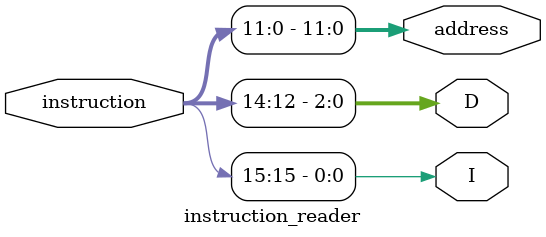
<source format=v>
module instruction_reader(
    input wire [15:0] instruction,
    output reg I,
    output reg [2:0] D,
    output reg [11:0] address
);

    always @(*) begin
        I = instruction[15];        
        address = instruction[11:0]; 
        D = instruction[14:12];       
    end

endmodule

</source>
